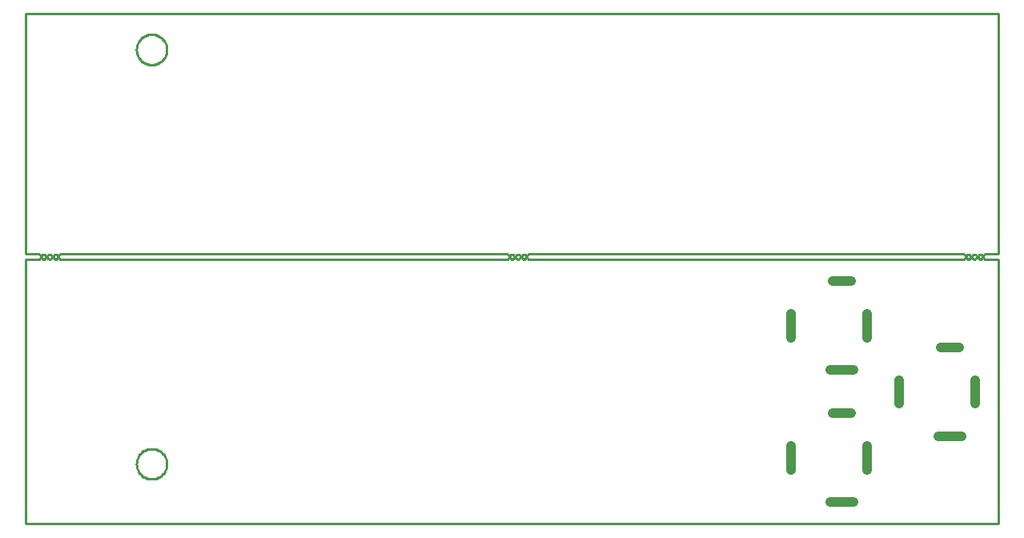
<source format=gko>
G04 EAGLE Gerber RS-274X export*
G75*
%MOMM*%
%FSLAX34Y34*%
%LPD*%
%INBoard Outline*%
%IPPOS*%
%AMOC8*
5,1,8,0,0,1.08239X$1,22.5*%
G01*
%ADD10C,0.000000*%
%ADD11C,1.000000*%
%ADD12C,0.254000*%


D10*
X1028700Y0D02*
X1028700Y279400D01*
X1016000Y279400D01*
X990600Y279400D02*
X533400Y279400D01*
X508000Y279400D02*
X38100Y279400D01*
X12700Y279400D02*
X0Y279400D01*
X0Y0D01*
X1028700Y0D01*
X12700Y285750D02*
X0Y285750D01*
X38100Y285750D02*
X508000Y285750D01*
X533400Y285750D02*
X990600Y285750D01*
X1016000Y285750D02*
X1028700Y285750D01*
X0Y285750D02*
X0Y539750D01*
X1028700Y539750D02*
X1028700Y285750D01*
X1028700Y539750D02*
X0Y539750D01*
X117284Y501650D02*
X117289Y502044D01*
X117303Y502438D01*
X117328Y502832D01*
X117361Y503225D01*
X117405Y503617D01*
X117458Y504007D01*
X117521Y504397D01*
X117593Y504784D01*
X117674Y505170D01*
X117765Y505554D01*
X117866Y505935D01*
X117976Y506314D01*
X118095Y506690D01*
X118223Y507062D01*
X118361Y507432D01*
X118507Y507798D01*
X118662Y508161D01*
X118827Y508519D01*
X118999Y508873D01*
X119181Y509223D01*
X119371Y509569D01*
X119570Y509910D01*
X119777Y510245D01*
X119992Y510576D01*
X120215Y510901D01*
X120446Y511221D01*
X120684Y511534D01*
X120931Y511842D01*
X121185Y512144D01*
X121446Y512439D01*
X121714Y512728D01*
X121990Y513010D01*
X122272Y513286D01*
X122561Y513554D01*
X122856Y513815D01*
X123158Y514069D01*
X123466Y514316D01*
X123779Y514554D01*
X124099Y514785D01*
X124424Y515008D01*
X124755Y515223D01*
X125090Y515430D01*
X125431Y515629D01*
X125777Y515819D01*
X126127Y516001D01*
X126481Y516173D01*
X126839Y516338D01*
X127202Y516493D01*
X127568Y516639D01*
X127938Y516777D01*
X128310Y516905D01*
X128686Y517024D01*
X129065Y517134D01*
X129446Y517235D01*
X129830Y517326D01*
X130216Y517407D01*
X130603Y517479D01*
X130993Y517542D01*
X131383Y517595D01*
X131775Y517639D01*
X132168Y517672D01*
X132562Y517697D01*
X132956Y517711D01*
X133350Y517716D01*
X133744Y517711D01*
X134138Y517697D01*
X134532Y517672D01*
X134925Y517639D01*
X135317Y517595D01*
X135707Y517542D01*
X136097Y517479D01*
X136484Y517407D01*
X136870Y517326D01*
X137254Y517235D01*
X137635Y517134D01*
X138014Y517024D01*
X138390Y516905D01*
X138762Y516777D01*
X139132Y516639D01*
X139498Y516493D01*
X139861Y516338D01*
X140219Y516173D01*
X140573Y516001D01*
X140923Y515819D01*
X141269Y515629D01*
X141610Y515430D01*
X141945Y515223D01*
X142276Y515008D01*
X142601Y514785D01*
X142921Y514554D01*
X143234Y514316D01*
X143542Y514069D01*
X143844Y513815D01*
X144139Y513554D01*
X144428Y513286D01*
X144710Y513010D01*
X144986Y512728D01*
X145254Y512439D01*
X145515Y512144D01*
X145769Y511842D01*
X146016Y511534D01*
X146254Y511221D01*
X146485Y510901D01*
X146708Y510576D01*
X146923Y510245D01*
X147130Y509910D01*
X147329Y509569D01*
X147519Y509223D01*
X147701Y508873D01*
X147873Y508519D01*
X148038Y508161D01*
X148193Y507798D01*
X148339Y507432D01*
X148477Y507062D01*
X148605Y506690D01*
X148724Y506314D01*
X148834Y505935D01*
X148935Y505554D01*
X149026Y505170D01*
X149107Y504784D01*
X149179Y504397D01*
X149242Y504007D01*
X149295Y503617D01*
X149339Y503225D01*
X149372Y502832D01*
X149397Y502438D01*
X149411Y502044D01*
X149416Y501650D01*
X149411Y501256D01*
X149397Y500862D01*
X149372Y500468D01*
X149339Y500075D01*
X149295Y499683D01*
X149242Y499293D01*
X149179Y498903D01*
X149107Y498516D01*
X149026Y498130D01*
X148935Y497746D01*
X148834Y497365D01*
X148724Y496986D01*
X148605Y496610D01*
X148477Y496238D01*
X148339Y495868D01*
X148193Y495502D01*
X148038Y495139D01*
X147873Y494781D01*
X147701Y494427D01*
X147519Y494077D01*
X147329Y493731D01*
X147130Y493390D01*
X146923Y493055D01*
X146708Y492724D01*
X146485Y492399D01*
X146254Y492079D01*
X146016Y491766D01*
X145769Y491458D01*
X145515Y491156D01*
X145254Y490861D01*
X144986Y490572D01*
X144710Y490290D01*
X144428Y490014D01*
X144139Y489746D01*
X143844Y489485D01*
X143542Y489231D01*
X143234Y488984D01*
X142921Y488746D01*
X142601Y488515D01*
X142276Y488292D01*
X141945Y488077D01*
X141610Y487870D01*
X141269Y487671D01*
X140923Y487481D01*
X140573Y487299D01*
X140219Y487127D01*
X139861Y486962D01*
X139498Y486807D01*
X139132Y486661D01*
X138762Y486523D01*
X138390Y486395D01*
X138014Y486276D01*
X137635Y486166D01*
X137254Y486065D01*
X136870Y485974D01*
X136484Y485893D01*
X136097Y485821D01*
X135707Y485758D01*
X135317Y485705D01*
X134925Y485661D01*
X134532Y485628D01*
X134138Y485603D01*
X133744Y485589D01*
X133350Y485584D01*
X132956Y485589D01*
X132562Y485603D01*
X132168Y485628D01*
X131775Y485661D01*
X131383Y485705D01*
X130993Y485758D01*
X130603Y485821D01*
X130216Y485893D01*
X129830Y485974D01*
X129446Y486065D01*
X129065Y486166D01*
X128686Y486276D01*
X128310Y486395D01*
X127938Y486523D01*
X127568Y486661D01*
X127202Y486807D01*
X126839Y486962D01*
X126481Y487127D01*
X126127Y487299D01*
X125777Y487481D01*
X125431Y487671D01*
X125090Y487870D01*
X124755Y488077D01*
X124424Y488292D01*
X124099Y488515D01*
X123779Y488746D01*
X123466Y488984D01*
X123158Y489231D01*
X122856Y489485D01*
X122561Y489746D01*
X122272Y490014D01*
X121990Y490290D01*
X121714Y490572D01*
X121446Y490861D01*
X121185Y491156D01*
X120931Y491458D01*
X120684Y491766D01*
X120446Y492079D01*
X120215Y492399D01*
X119992Y492724D01*
X119777Y493055D01*
X119570Y493390D01*
X119371Y493731D01*
X119181Y494077D01*
X118999Y494427D01*
X118827Y494781D01*
X118662Y495139D01*
X118507Y495502D01*
X118361Y495868D01*
X118223Y496238D01*
X118095Y496610D01*
X117976Y496986D01*
X117866Y497365D01*
X117765Y497746D01*
X117674Y498130D01*
X117593Y498516D01*
X117521Y498903D01*
X117458Y499293D01*
X117405Y499683D01*
X117361Y500075D01*
X117328Y500468D01*
X117303Y500862D01*
X117289Y501256D01*
X117284Y501650D01*
X117284Y63500D02*
X117289Y63894D01*
X117303Y64288D01*
X117328Y64682D01*
X117361Y65075D01*
X117405Y65467D01*
X117458Y65857D01*
X117521Y66247D01*
X117593Y66634D01*
X117674Y67020D01*
X117765Y67404D01*
X117866Y67785D01*
X117976Y68164D01*
X118095Y68540D01*
X118223Y68912D01*
X118361Y69282D01*
X118507Y69648D01*
X118662Y70011D01*
X118827Y70369D01*
X118999Y70723D01*
X119181Y71073D01*
X119371Y71419D01*
X119570Y71760D01*
X119777Y72095D01*
X119992Y72426D01*
X120215Y72751D01*
X120446Y73071D01*
X120684Y73384D01*
X120931Y73692D01*
X121185Y73994D01*
X121446Y74289D01*
X121714Y74578D01*
X121990Y74860D01*
X122272Y75136D01*
X122561Y75404D01*
X122856Y75665D01*
X123158Y75919D01*
X123466Y76166D01*
X123779Y76404D01*
X124099Y76635D01*
X124424Y76858D01*
X124755Y77073D01*
X125090Y77280D01*
X125431Y77479D01*
X125777Y77669D01*
X126127Y77851D01*
X126481Y78023D01*
X126839Y78188D01*
X127202Y78343D01*
X127568Y78489D01*
X127938Y78627D01*
X128310Y78755D01*
X128686Y78874D01*
X129065Y78984D01*
X129446Y79085D01*
X129830Y79176D01*
X130216Y79257D01*
X130603Y79329D01*
X130993Y79392D01*
X131383Y79445D01*
X131775Y79489D01*
X132168Y79522D01*
X132562Y79547D01*
X132956Y79561D01*
X133350Y79566D01*
X133744Y79561D01*
X134138Y79547D01*
X134532Y79522D01*
X134925Y79489D01*
X135317Y79445D01*
X135707Y79392D01*
X136097Y79329D01*
X136484Y79257D01*
X136870Y79176D01*
X137254Y79085D01*
X137635Y78984D01*
X138014Y78874D01*
X138390Y78755D01*
X138762Y78627D01*
X139132Y78489D01*
X139498Y78343D01*
X139861Y78188D01*
X140219Y78023D01*
X140573Y77851D01*
X140923Y77669D01*
X141269Y77479D01*
X141610Y77280D01*
X141945Y77073D01*
X142276Y76858D01*
X142601Y76635D01*
X142921Y76404D01*
X143234Y76166D01*
X143542Y75919D01*
X143844Y75665D01*
X144139Y75404D01*
X144428Y75136D01*
X144710Y74860D01*
X144986Y74578D01*
X145254Y74289D01*
X145515Y73994D01*
X145769Y73692D01*
X146016Y73384D01*
X146254Y73071D01*
X146485Y72751D01*
X146708Y72426D01*
X146923Y72095D01*
X147130Y71760D01*
X147329Y71419D01*
X147519Y71073D01*
X147701Y70723D01*
X147873Y70369D01*
X148038Y70011D01*
X148193Y69648D01*
X148339Y69282D01*
X148477Y68912D01*
X148605Y68540D01*
X148724Y68164D01*
X148834Y67785D01*
X148935Y67404D01*
X149026Y67020D01*
X149107Y66634D01*
X149179Y66247D01*
X149242Y65857D01*
X149295Y65467D01*
X149339Y65075D01*
X149372Y64682D01*
X149397Y64288D01*
X149411Y63894D01*
X149416Y63500D01*
X149411Y63106D01*
X149397Y62712D01*
X149372Y62318D01*
X149339Y61925D01*
X149295Y61533D01*
X149242Y61143D01*
X149179Y60753D01*
X149107Y60366D01*
X149026Y59980D01*
X148935Y59596D01*
X148834Y59215D01*
X148724Y58836D01*
X148605Y58460D01*
X148477Y58088D01*
X148339Y57718D01*
X148193Y57352D01*
X148038Y56989D01*
X147873Y56631D01*
X147701Y56277D01*
X147519Y55927D01*
X147329Y55581D01*
X147130Y55240D01*
X146923Y54905D01*
X146708Y54574D01*
X146485Y54249D01*
X146254Y53929D01*
X146016Y53616D01*
X145769Y53308D01*
X145515Y53006D01*
X145254Y52711D01*
X144986Y52422D01*
X144710Y52140D01*
X144428Y51864D01*
X144139Y51596D01*
X143844Y51335D01*
X143542Y51081D01*
X143234Y50834D01*
X142921Y50596D01*
X142601Y50365D01*
X142276Y50142D01*
X141945Y49927D01*
X141610Y49720D01*
X141269Y49521D01*
X140923Y49331D01*
X140573Y49149D01*
X140219Y48977D01*
X139861Y48812D01*
X139498Y48657D01*
X139132Y48511D01*
X138762Y48373D01*
X138390Y48245D01*
X138014Y48126D01*
X137635Y48016D01*
X137254Y47915D01*
X136870Y47824D01*
X136484Y47743D01*
X136097Y47671D01*
X135707Y47608D01*
X135317Y47555D01*
X134925Y47511D01*
X134532Y47478D01*
X134138Y47453D01*
X133744Y47439D01*
X133350Y47434D01*
X132956Y47439D01*
X132562Y47453D01*
X132168Y47478D01*
X131775Y47511D01*
X131383Y47555D01*
X130993Y47608D01*
X130603Y47671D01*
X130216Y47743D01*
X129830Y47824D01*
X129446Y47915D01*
X129065Y48016D01*
X128686Y48126D01*
X128310Y48245D01*
X127938Y48373D01*
X127568Y48511D01*
X127202Y48657D01*
X126839Y48812D01*
X126481Y48977D01*
X126127Y49149D01*
X125777Y49331D01*
X125431Y49521D01*
X125090Y49720D01*
X124755Y49927D01*
X124424Y50142D01*
X124099Y50365D01*
X123779Y50596D01*
X123466Y50834D01*
X123158Y51081D01*
X122856Y51335D01*
X122561Y51596D01*
X122272Y51864D01*
X121990Y52140D01*
X121714Y52422D01*
X121446Y52711D01*
X121185Y53006D01*
X120931Y53308D01*
X120684Y53616D01*
X120446Y53929D01*
X120215Y54249D01*
X119992Y54574D01*
X119777Y54905D01*
X119570Y55240D01*
X119371Y55581D01*
X119181Y55927D01*
X118999Y56277D01*
X118827Y56631D01*
X118662Y56989D01*
X118507Y57352D01*
X118361Y57718D01*
X118223Y58088D01*
X118095Y58460D01*
X117976Y58836D01*
X117866Y59215D01*
X117765Y59596D01*
X117674Y59980D01*
X117593Y60366D01*
X117521Y60753D01*
X117458Y61143D01*
X117405Y61533D01*
X117361Y61925D01*
X117328Y62318D01*
X117303Y62712D01*
X117289Y63106D01*
X117284Y63500D01*
X1012825Y282575D02*
X1012827Y282464D01*
X1012833Y282354D01*
X1012842Y282243D01*
X1012856Y282133D01*
X1012873Y282024D01*
X1012894Y281915D01*
X1012919Y281807D01*
X1012948Y281700D01*
X1012980Y281594D01*
X1013016Y281489D01*
X1013056Y281386D01*
X1013099Y281284D01*
X1013146Y281183D01*
X1013197Y281084D01*
X1013250Y280988D01*
X1013307Y280893D01*
X1013368Y280800D01*
X1013431Y280709D01*
X1013498Y280620D01*
X1013568Y280534D01*
X1013641Y280451D01*
X1013716Y280369D01*
X1013794Y280291D01*
X1013876Y280216D01*
X1013959Y280143D01*
X1014045Y280073D01*
X1014134Y280006D01*
X1014225Y279943D01*
X1014318Y279882D01*
X1014413Y279825D01*
X1014509Y279772D01*
X1014608Y279721D01*
X1014709Y279674D01*
X1014811Y279631D01*
X1014914Y279591D01*
X1015019Y279555D01*
X1015125Y279523D01*
X1015232Y279494D01*
X1015340Y279469D01*
X1015449Y279448D01*
X1015558Y279431D01*
X1015668Y279417D01*
X1015779Y279408D01*
X1015889Y279402D01*
X1016000Y279400D01*
X1012825Y282575D02*
X1012827Y282686D01*
X1012833Y282796D01*
X1012842Y282907D01*
X1012856Y283017D01*
X1012873Y283126D01*
X1012894Y283235D01*
X1012919Y283343D01*
X1012948Y283450D01*
X1012980Y283556D01*
X1013016Y283661D01*
X1013056Y283764D01*
X1013099Y283866D01*
X1013146Y283967D01*
X1013197Y284066D01*
X1013250Y284163D01*
X1013307Y284257D01*
X1013368Y284350D01*
X1013431Y284441D01*
X1013498Y284530D01*
X1013568Y284616D01*
X1013641Y284699D01*
X1013716Y284781D01*
X1013794Y284859D01*
X1013876Y284934D01*
X1013959Y285007D01*
X1014045Y285077D01*
X1014134Y285144D01*
X1014225Y285207D01*
X1014318Y285268D01*
X1014413Y285325D01*
X1014509Y285378D01*
X1014608Y285429D01*
X1014709Y285476D01*
X1014811Y285519D01*
X1014914Y285559D01*
X1015019Y285595D01*
X1015125Y285627D01*
X1015232Y285656D01*
X1015340Y285681D01*
X1015449Y285702D01*
X1015558Y285719D01*
X1015668Y285733D01*
X1015779Y285742D01*
X1015889Y285748D01*
X1016000Y285750D01*
X993775Y282575D02*
X993773Y282464D01*
X993767Y282354D01*
X993758Y282243D01*
X993744Y282133D01*
X993727Y282024D01*
X993706Y281915D01*
X993681Y281807D01*
X993652Y281700D01*
X993620Y281594D01*
X993584Y281489D01*
X993544Y281386D01*
X993501Y281284D01*
X993454Y281183D01*
X993403Y281084D01*
X993350Y280987D01*
X993293Y280893D01*
X993232Y280800D01*
X993169Y280709D01*
X993102Y280620D01*
X993032Y280534D01*
X992959Y280451D01*
X992884Y280369D01*
X992806Y280291D01*
X992724Y280216D01*
X992641Y280143D01*
X992555Y280073D01*
X992466Y280006D01*
X992375Y279943D01*
X992282Y279882D01*
X992188Y279825D01*
X992091Y279772D01*
X991992Y279721D01*
X991891Y279674D01*
X991789Y279631D01*
X991686Y279591D01*
X991581Y279555D01*
X991475Y279523D01*
X991368Y279494D01*
X991260Y279469D01*
X991151Y279448D01*
X991042Y279431D01*
X990932Y279417D01*
X990821Y279408D01*
X990711Y279402D01*
X990600Y279400D01*
X993775Y282575D02*
X993773Y282686D01*
X993767Y282796D01*
X993758Y282907D01*
X993744Y283017D01*
X993727Y283126D01*
X993706Y283235D01*
X993681Y283343D01*
X993652Y283450D01*
X993620Y283556D01*
X993584Y283661D01*
X993544Y283764D01*
X993501Y283866D01*
X993454Y283967D01*
X993403Y284066D01*
X993350Y284163D01*
X993293Y284257D01*
X993232Y284350D01*
X993169Y284441D01*
X993102Y284530D01*
X993032Y284616D01*
X992959Y284699D01*
X992884Y284781D01*
X992806Y284859D01*
X992724Y284934D01*
X992641Y285007D01*
X992555Y285077D01*
X992466Y285144D01*
X992375Y285207D01*
X992282Y285268D01*
X992188Y285325D01*
X992091Y285378D01*
X991992Y285429D01*
X991891Y285476D01*
X991789Y285519D01*
X991686Y285559D01*
X991581Y285595D01*
X991475Y285627D01*
X991368Y285656D01*
X991260Y285681D01*
X991151Y285702D01*
X991042Y285719D01*
X990932Y285733D01*
X990821Y285742D01*
X990711Y285748D01*
X990600Y285750D01*
X15875Y282575D02*
X15873Y282464D01*
X15867Y282354D01*
X15858Y282243D01*
X15844Y282133D01*
X15827Y282024D01*
X15806Y281915D01*
X15781Y281807D01*
X15752Y281700D01*
X15720Y281594D01*
X15684Y281489D01*
X15644Y281386D01*
X15601Y281284D01*
X15554Y281183D01*
X15503Y281084D01*
X15450Y280987D01*
X15393Y280893D01*
X15332Y280800D01*
X15269Y280709D01*
X15202Y280620D01*
X15132Y280534D01*
X15059Y280451D01*
X14984Y280369D01*
X14906Y280291D01*
X14824Y280216D01*
X14741Y280143D01*
X14655Y280073D01*
X14566Y280006D01*
X14475Y279943D01*
X14382Y279882D01*
X14287Y279825D01*
X14191Y279772D01*
X14092Y279721D01*
X13991Y279674D01*
X13889Y279631D01*
X13786Y279591D01*
X13681Y279555D01*
X13575Y279523D01*
X13468Y279494D01*
X13360Y279469D01*
X13251Y279448D01*
X13142Y279431D01*
X13032Y279417D01*
X12921Y279408D01*
X12811Y279402D01*
X12700Y279400D01*
X15875Y282575D02*
X15873Y282686D01*
X15867Y282796D01*
X15858Y282907D01*
X15844Y283017D01*
X15827Y283126D01*
X15806Y283235D01*
X15781Y283343D01*
X15752Y283450D01*
X15720Y283556D01*
X15684Y283661D01*
X15644Y283764D01*
X15601Y283866D01*
X15554Y283967D01*
X15503Y284066D01*
X15450Y284163D01*
X15393Y284257D01*
X15332Y284350D01*
X15269Y284441D01*
X15202Y284530D01*
X15132Y284616D01*
X15059Y284699D01*
X14984Y284781D01*
X14906Y284859D01*
X14824Y284934D01*
X14741Y285007D01*
X14655Y285077D01*
X14566Y285144D01*
X14475Y285207D01*
X14382Y285268D01*
X14287Y285325D01*
X14191Y285378D01*
X14092Y285429D01*
X13991Y285476D01*
X13889Y285519D01*
X13786Y285559D01*
X13681Y285595D01*
X13575Y285627D01*
X13468Y285656D01*
X13360Y285681D01*
X13251Y285702D01*
X13142Y285719D01*
X13032Y285733D01*
X12921Y285742D01*
X12811Y285748D01*
X12700Y285750D01*
X34925Y282575D02*
X34927Y282686D01*
X34933Y282796D01*
X34942Y282907D01*
X34956Y283017D01*
X34973Y283126D01*
X34994Y283235D01*
X35019Y283343D01*
X35048Y283450D01*
X35080Y283556D01*
X35116Y283661D01*
X35156Y283764D01*
X35199Y283866D01*
X35246Y283967D01*
X35297Y284066D01*
X35350Y284163D01*
X35407Y284257D01*
X35468Y284350D01*
X35531Y284441D01*
X35598Y284530D01*
X35668Y284616D01*
X35741Y284699D01*
X35816Y284781D01*
X35894Y284859D01*
X35976Y284934D01*
X36059Y285007D01*
X36145Y285077D01*
X36234Y285144D01*
X36325Y285207D01*
X36418Y285268D01*
X36513Y285325D01*
X36609Y285378D01*
X36708Y285429D01*
X36809Y285476D01*
X36911Y285519D01*
X37014Y285559D01*
X37119Y285595D01*
X37225Y285627D01*
X37332Y285656D01*
X37440Y285681D01*
X37549Y285702D01*
X37658Y285719D01*
X37768Y285733D01*
X37879Y285742D01*
X37989Y285748D01*
X38100Y285750D01*
X34925Y282575D02*
X34927Y282464D01*
X34933Y282354D01*
X34942Y282243D01*
X34956Y282133D01*
X34973Y282024D01*
X34994Y281915D01*
X35019Y281807D01*
X35048Y281700D01*
X35080Y281594D01*
X35116Y281489D01*
X35156Y281386D01*
X35199Y281284D01*
X35246Y281183D01*
X35297Y281084D01*
X35350Y280988D01*
X35407Y280893D01*
X35468Y280800D01*
X35531Y280709D01*
X35598Y280620D01*
X35668Y280534D01*
X35741Y280451D01*
X35816Y280369D01*
X35894Y280291D01*
X35976Y280216D01*
X36059Y280143D01*
X36145Y280073D01*
X36234Y280006D01*
X36325Y279943D01*
X36418Y279882D01*
X36512Y279825D01*
X36609Y279772D01*
X36708Y279721D01*
X36809Y279674D01*
X36911Y279631D01*
X37014Y279591D01*
X37119Y279555D01*
X37225Y279523D01*
X37332Y279494D01*
X37440Y279469D01*
X37549Y279448D01*
X37658Y279431D01*
X37768Y279417D01*
X37879Y279408D01*
X37989Y279402D01*
X38100Y279400D01*
X994450Y282575D02*
X994452Y282674D01*
X994458Y282774D01*
X994468Y282873D01*
X994482Y282971D01*
X994499Y283069D01*
X994521Y283166D01*
X994546Y283262D01*
X994575Y283357D01*
X994608Y283451D01*
X994645Y283543D01*
X994685Y283634D01*
X994729Y283723D01*
X994777Y283811D01*
X994828Y283896D01*
X994882Y283979D01*
X994939Y284061D01*
X995000Y284139D01*
X995064Y284216D01*
X995130Y284289D01*
X995200Y284360D01*
X995272Y284428D01*
X995347Y284494D01*
X995425Y284556D01*
X995505Y284615D01*
X995587Y284671D01*
X995671Y284723D01*
X995758Y284772D01*
X995846Y284818D01*
X995936Y284860D01*
X996028Y284899D01*
X996121Y284934D01*
X996215Y284965D01*
X996311Y284992D01*
X996408Y285015D01*
X996505Y285035D01*
X996603Y285051D01*
X996702Y285063D01*
X996801Y285071D01*
X996900Y285075D01*
X997000Y285075D01*
X997099Y285071D01*
X997198Y285063D01*
X997297Y285051D01*
X997395Y285035D01*
X997492Y285015D01*
X997589Y284992D01*
X997685Y284965D01*
X997779Y284934D01*
X997872Y284899D01*
X997964Y284860D01*
X998054Y284818D01*
X998142Y284772D01*
X998229Y284723D01*
X998313Y284671D01*
X998395Y284615D01*
X998475Y284556D01*
X998553Y284494D01*
X998628Y284428D01*
X998700Y284360D01*
X998770Y284289D01*
X998836Y284216D01*
X998900Y284139D01*
X998961Y284061D01*
X999018Y283979D01*
X999072Y283896D01*
X999123Y283811D01*
X999171Y283723D01*
X999215Y283634D01*
X999255Y283543D01*
X999292Y283451D01*
X999325Y283357D01*
X999354Y283262D01*
X999379Y283166D01*
X999401Y283069D01*
X999418Y282971D01*
X999432Y282873D01*
X999442Y282774D01*
X999448Y282674D01*
X999450Y282575D01*
X999448Y282476D01*
X999442Y282376D01*
X999432Y282277D01*
X999418Y282179D01*
X999401Y282081D01*
X999379Y281984D01*
X999354Y281888D01*
X999325Y281793D01*
X999292Y281699D01*
X999255Y281607D01*
X999215Y281516D01*
X999171Y281427D01*
X999123Y281339D01*
X999072Y281254D01*
X999018Y281171D01*
X998961Y281089D01*
X998900Y281011D01*
X998836Y280934D01*
X998770Y280861D01*
X998700Y280790D01*
X998628Y280722D01*
X998553Y280656D01*
X998475Y280594D01*
X998395Y280535D01*
X998313Y280479D01*
X998229Y280427D01*
X998142Y280378D01*
X998054Y280332D01*
X997964Y280290D01*
X997872Y280251D01*
X997779Y280216D01*
X997685Y280185D01*
X997589Y280158D01*
X997492Y280135D01*
X997395Y280115D01*
X997297Y280099D01*
X997198Y280087D01*
X997099Y280079D01*
X997000Y280075D01*
X996900Y280075D01*
X996801Y280079D01*
X996702Y280087D01*
X996603Y280099D01*
X996505Y280115D01*
X996408Y280135D01*
X996311Y280158D01*
X996215Y280185D01*
X996121Y280216D01*
X996028Y280251D01*
X995936Y280290D01*
X995846Y280332D01*
X995758Y280378D01*
X995671Y280427D01*
X995587Y280479D01*
X995505Y280535D01*
X995425Y280594D01*
X995347Y280656D01*
X995272Y280722D01*
X995200Y280790D01*
X995130Y280861D01*
X995064Y280934D01*
X995000Y281011D01*
X994939Y281089D01*
X994882Y281171D01*
X994828Y281254D01*
X994777Y281339D01*
X994729Y281427D01*
X994685Y281516D01*
X994645Y281607D01*
X994608Y281699D01*
X994575Y281793D01*
X994546Y281888D01*
X994521Y281984D01*
X994499Y282081D01*
X994482Y282179D01*
X994468Y282277D01*
X994458Y282376D01*
X994452Y282476D01*
X994450Y282575D01*
X1000800Y282575D02*
X1000802Y282674D01*
X1000808Y282774D01*
X1000818Y282873D01*
X1000832Y282971D01*
X1000849Y283069D01*
X1000871Y283166D01*
X1000896Y283262D01*
X1000925Y283357D01*
X1000958Y283451D01*
X1000995Y283543D01*
X1001035Y283634D01*
X1001079Y283723D01*
X1001127Y283811D01*
X1001178Y283896D01*
X1001232Y283979D01*
X1001289Y284061D01*
X1001350Y284139D01*
X1001414Y284216D01*
X1001480Y284289D01*
X1001550Y284360D01*
X1001622Y284428D01*
X1001697Y284494D01*
X1001775Y284556D01*
X1001855Y284615D01*
X1001937Y284671D01*
X1002021Y284723D01*
X1002108Y284772D01*
X1002196Y284818D01*
X1002286Y284860D01*
X1002378Y284899D01*
X1002471Y284934D01*
X1002565Y284965D01*
X1002661Y284992D01*
X1002758Y285015D01*
X1002855Y285035D01*
X1002953Y285051D01*
X1003052Y285063D01*
X1003151Y285071D01*
X1003250Y285075D01*
X1003350Y285075D01*
X1003449Y285071D01*
X1003548Y285063D01*
X1003647Y285051D01*
X1003745Y285035D01*
X1003842Y285015D01*
X1003939Y284992D01*
X1004035Y284965D01*
X1004129Y284934D01*
X1004222Y284899D01*
X1004314Y284860D01*
X1004404Y284818D01*
X1004492Y284772D01*
X1004579Y284723D01*
X1004663Y284671D01*
X1004745Y284615D01*
X1004825Y284556D01*
X1004903Y284494D01*
X1004978Y284428D01*
X1005050Y284360D01*
X1005120Y284289D01*
X1005186Y284216D01*
X1005250Y284139D01*
X1005311Y284061D01*
X1005368Y283979D01*
X1005422Y283896D01*
X1005473Y283811D01*
X1005521Y283723D01*
X1005565Y283634D01*
X1005605Y283543D01*
X1005642Y283451D01*
X1005675Y283357D01*
X1005704Y283262D01*
X1005729Y283166D01*
X1005751Y283069D01*
X1005768Y282971D01*
X1005782Y282873D01*
X1005792Y282774D01*
X1005798Y282674D01*
X1005800Y282575D01*
X1005798Y282476D01*
X1005792Y282376D01*
X1005782Y282277D01*
X1005768Y282179D01*
X1005751Y282081D01*
X1005729Y281984D01*
X1005704Y281888D01*
X1005675Y281793D01*
X1005642Y281699D01*
X1005605Y281607D01*
X1005565Y281516D01*
X1005521Y281427D01*
X1005473Y281339D01*
X1005422Y281254D01*
X1005368Y281171D01*
X1005311Y281089D01*
X1005250Y281011D01*
X1005186Y280934D01*
X1005120Y280861D01*
X1005050Y280790D01*
X1004978Y280722D01*
X1004903Y280656D01*
X1004825Y280594D01*
X1004745Y280535D01*
X1004663Y280479D01*
X1004579Y280427D01*
X1004492Y280378D01*
X1004404Y280332D01*
X1004314Y280290D01*
X1004222Y280251D01*
X1004129Y280216D01*
X1004035Y280185D01*
X1003939Y280158D01*
X1003842Y280135D01*
X1003745Y280115D01*
X1003647Y280099D01*
X1003548Y280087D01*
X1003449Y280079D01*
X1003350Y280075D01*
X1003250Y280075D01*
X1003151Y280079D01*
X1003052Y280087D01*
X1002953Y280099D01*
X1002855Y280115D01*
X1002758Y280135D01*
X1002661Y280158D01*
X1002565Y280185D01*
X1002471Y280216D01*
X1002378Y280251D01*
X1002286Y280290D01*
X1002196Y280332D01*
X1002108Y280378D01*
X1002021Y280427D01*
X1001937Y280479D01*
X1001855Y280535D01*
X1001775Y280594D01*
X1001697Y280656D01*
X1001622Y280722D01*
X1001550Y280790D01*
X1001480Y280861D01*
X1001414Y280934D01*
X1001350Y281011D01*
X1001289Y281089D01*
X1001232Y281171D01*
X1001178Y281254D01*
X1001127Y281339D01*
X1001079Y281427D01*
X1001035Y281516D01*
X1000995Y281607D01*
X1000958Y281699D01*
X1000925Y281793D01*
X1000896Y281888D01*
X1000871Y281984D01*
X1000849Y282081D01*
X1000832Y282179D01*
X1000818Y282277D01*
X1000808Y282376D01*
X1000802Y282476D01*
X1000800Y282575D01*
X1007150Y282575D02*
X1007152Y282674D01*
X1007158Y282774D01*
X1007168Y282873D01*
X1007182Y282971D01*
X1007199Y283069D01*
X1007221Y283166D01*
X1007246Y283262D01*
X1007275Y283357D01*
X1007308Y283451D01*
X1007345Y283543D01*
X1007385Y283634D01*
X1007429Y283723D01*
X1007477Y283811D01*
X1007528Y283896D01*
X1007582Y283979D01*
X1007639Y284061D01*
X1007700Y284139D01*
X1007764Y284216D01*
X1007830Y284289D01*
X1007900Y284360D01*
X1007972Y284428D01*
X1008047Y284494D01*
X1008125Y284556D01*
X1008205Y284615D01*
X1008287Y284671D01*
X1008371Y284723D01*
X1008458Y284772D01*
X1008546Y284818D01*
X1008636Y284860D01*
X1008728Y284899D01*
X1008821Y284934D01*
X1008915Y284965D01*
X1009011Y284992D01*
X1009108Y285015D01*
X1009205Y285035D01*
X1009303Y285051D01*
X1009402Y285063D01*
X1009501Y285071D01*
X1009600Y285075D01*
X1009700Y285075D01*
X1009799Y285071D01*
X1009898Y285063D01*
X1009997Y285051D01*
X1010095Y285035D01*
X1010192Y285015D01*
X1010289Y284992D01*
X1010385Y284965D01*
X1010479Y284934D01*
X1010572Y284899D01*
X1010664Y284860D01*
X1010754Y284818D01*
X1010842Y284772D01*
X1010929Y284723D01*
X1011013Y284671D01*
X1011095Y284615D01*
X1011175Y284556D01*
X1011253Y284494D01*
X1011328Y284428D01*
X1011400Y284360D01*
X1011470Y284289D01*
X1011536Y284216D01*
X1011600Y284139D01*
X1011661Y284061D01*
X1011718Y283979D01*
X1011772Y283896D01*
X1011823Y283811D01*
X1011871Y283723D01*
X1011915Y283634D01*
X1011955Y283543D01*
X1011992Y283451D01*
X1012025Y283357D01*
X1012054Y283262D01*
X1012079Y283166D01*
X1012101Y283069D01*
X1012118Y282971D01*
X1012132Y282873D01*
X1012142Y282774D01*
X1012148Y282674D01*
X1012150Y282575D01*
X1012148Y282476D01*
X1012142Y282376D01*
X1012132Y282277D01*
X1012118Y282179D01*
X1012101Y282081D01*
X1012079Y281984D01*
X1012054Y281888D01*
X1012025Y281793D01*
X1011992Y281699D01*
X1011955Y281607D01*
X1011915Y281516D01*
X1011871Y281427D01*
X1011823Y281339D01*
X1011772Y281254D01*
X1011718Y281171D01*
X1011661Y281089D01*
X1011600Y281011D01*
X1011536Y280934D01*
X1011470Y280861D01*
X1011400Y280790D01*
X1011328Y280722D01*
X1011253Y280656D01*
X1011175Y280594D01*
X1011095Y280535D01*
X1011013Y280479D01*
X1010929Y280427D01*
X1010842Y280378D01*
X1010754Y280332D01*
X1010664Y280290D01*
X1010572Y280251D01*
X1010479Y280216D01*
X1010385Y280185D01*
X1010289Y280158D01*
X1010192Y280135D01*
X1010095Y280115D01*
X1009997Y280099D01*
X1009898Y280087D01*
X1009799Y280079D01*
X1009700Y280075D01*
X1009600Y280075D01*
X1009501Y280079D01*
X1009402Y280087D01*
X1009303Y280099D01*
X1009205Y280115D01*
X1009108Y280135D01*
X1009011Y280158D01*
X1008915Y280185D01*
X1008821Y280216D01*
X1008728Y280251D01*
X1008636Y280290D01*
X1008546Y280332D01*
X1008458Y280378D01*
X1008371Y280427D01*
X1008287Y280479D01*
X1008205Y280535D01*
X1008125Y280594D01*
X1008047Y280656D01*
X1007972Y280722D01*
X1007900Y280790D01*
X1007830Y280861D01*
X1007764Y280934D01*
X1007700Y281011D01*
X1007639Y281089D01*
X1007582Y281171D01*
X1007528Y281254D01*
X1007477Y281339D01*
X1007429Y281427D01*
X1007385Y281516D01*
X1007345Y281607D01*
X1007308Y281699D01*
X1007275Y281793D01*
X1007246Y281888D01*
X1007221Y281984D01*
X1007199Y282081D01*
X1007182Y282179D01*
X1007168Y282277D01*
X1007158Y282376D01*
X1007152Y282476D01*
X1007150Y282575D01*
X16550Y282575D02*
X16552Y282674D01*
X16558Y282774D01*
X16568Y282873D01*
X16582Y282971D01*
X16599Y283069D01*
X16621Y283166D01*
X16646Y283262D01*
X16675Y283357D01*
X16708Y283451D01*
X16745Y283543D01*
X16785Y283634D01*
X16829Y283723D01*
X16877Y283811D01*
X16928Y283896D01*
X16982Y283979D01*
X17039Y284061D01*
X17100Y284139D01*
X17164Y284216D01*
X17230Y284289D01*
X17300Y284360D01*
X17372Y284428D01*
X17447Y284494D01*
X17525Y284556D01*
X17605Y284615D01*
X17687Y284671D01*
X17771Y284723D01*
X17858Y284772D01*
X17946Y284818D01*
X18036Y284860D01*
X18128Y284899D01*
X18221Y284934D01*
X18315Y284965D01*
X18411Y284992D01*
X18508Y285015D01*
X18605Y285035D01*
X18703Y285051D01*
X18802Y285063D01*
X18901Y285071D01*
X19000Y285075D01*
X19100Y285075D01*
X19199Y285071D01*
X19298Y285063D01*
X19397Y285051D01*
X19495Y285035D01*
X19592Y285015D01*
X19689Y284992D01*
X19785Y284965D01*
X19879Y284934D01*
X19972Y284899D01*
X20064Y284860D01*
X20154Y284818D01*
X20242Y284772D01*
X20329Y284723D01*
X20413Y284671D01*
X20495Y284615D01*
X20575Y284556D01*
X20653Y284494D01*
X20728Y284428D01*
X20800Y284360D01*
X20870Y284289D01*
X20936Y284216D01*
X21000Y284139D01*
X21061Y284061D01*
X21118Y283979D01*
X21172Y283896D01*
X21223Y283811D01*
X21271Y283723D01*
X21315Y283634D01*
X21355Y283543D01*
X21392Y283451D01*
X21425Y283357D01*
X21454Y283262D01*
X21479Y283166D01*
X21501Y283069D01*
X21518Y282971D01*
X21532Y282873D01*
X21542Y282774D01*
X21548Y282674D01*
X21550Y282575D01*
X21548Y282476D01*
X21542Y282376D01*
X21532Y282277D01*
X21518Y282179D01*
X21501Y282081D01*
X21479Y281984D01*
X21454Y281888D01*
X21425Y281793D01*
X21392Y281699D01*
X21355Y281607D01*
X21315Y281516D01*
X21271Y281427D01*
X21223Y281339D01*
X21172Y281254D01*
X21118Y281171D01*
X21061Y281089D01*
X21000Y281011D01*
X20936Y280934D01*
X20870Y280861D01*
X20800Y280790D01*
X20728Y280722D01*
X20653Y280656D01*
X20575Y280594D01*
X20495Y280535D01*
X20413Y280479D01*
X20329Y280427D01*
X20242Y280378D01*
X20154Y280332D01*
X20064Y280290D01*
X19972Y280251D01*
X19879Y280216D01*
X19785Y280185D01*
X19689Y280158D01*
X19592Y280135D01*
X19495Y280115D01*
X19397Y280099D01*
X19298Y280087D01*
X19199Y280079D01*
X19100Y280075D01*
X19000Y280075D01*
X18901Y280079D01*
X18802Y280087D01*
X18703Y280099D01*
X18605Y280115D01*
X18508Y280135D01*
X18411Y280158D01*
X18315Y280185D01*
X18221Y280216D01*
X18128Y280251D01*
X18036Y280290D01*
X17946Y280332D01*
X17858Y280378D01*
X17771Y280427D01*
X17687Y280479D01*
X17605Y280535D01*
X17525Y280594D01*
X17447Y280656D01*
X17372Y280722D01*
X17300Y280790D01*
X17230Y280861D01*
X17164Y280934D01*
X17100Y281011D01*
X17039Y281089D01*
X16982Y281171D01*
X16928Y281254D01*
X16877Y281339D01*
X16829Y281427D01*
X16785Y281516D01*
X16745Y281607D01*
X16708Y281699D01*
X16675Y281793D01*
X16646Y281888D01*
X16621Y281984D01*
X16599Y282081D01*
X16582Y282179D01*
X16568Y282277D01*
X16558Y282376D01*
X16552Y282476D01*
X16550Y282575D01*
X22900Y282575D02*
X22902Y282674D01*
X22908Y282774D01*
X22918Y282873D01*
X22932Y282971D01*
X22949Y283069D01*
X22971Y283166D01*
X22996Y283262D01*
X23025Y283357D01*
X23058Y283451D01*
X23095Y283543D01*
X23135Y283634D01*
X23179Y283723D01*
X23227Y283811D01*
X23278Y283896D01*
X23332Y283979D01*
X23389Y284061D01*
X23450Y284139D01*
X23514Y284216D01*
X23580Y284289D01*
X23650Y284360D01*
X23722Y284428D01*
X23797Y284494D01*
X23875Y284556D01*
X23955Y284615D01*
X24037Y284671D01*
X24121Y284723D01*
X24208Y284772D01*
X24296Y284818D01*
X24386Y284860D01*
X24478Y284899D01*
X24571Y284934D01*
X24665Y284965D01*
X24761Y284992D01*
X24858Y285015D01*
X24955Y285035D01*
X25053Y285051D01*
X25152Y285063D01*
X25251Y285071D01*
X25350Y285075D01*
X25450Y285075D01*
X25549Y285071D01*
X25648Y285063D01*
X25747Y285051D01*
X25845Y285035D01*
X25942Y285015D01*
X26039Y284992D01*
X26135Y284965D01*
X26229Y284934D01*
X26322Y284899D01*
X26414Y284860D01*
X26504Y284818D01*
X26592Y284772D01*
X26679Y284723D01*
X26763Y284671D01*
X26845Y284615D01*
X26925Y284556D01*
X27003Y284494D01*
X27078Y284428D01*
X27150Y284360D01*
X27220Y284289D01*
X27286Y284216D01*
X27350Y284139D01*
X27411Y284061D01*
X27468Y283979D01*
X27522Y283896D01*
X27573Y283811D01*
X27621Y283723D01*
X27665Y283634D01*
X27705Y283543D01*
X27742Y283451D01*
X27775Y283357D01*
X27804Y283262D01*
X27829Y283166D01*
X27851Y283069D01*
X27868Y282971D01*
X27882Y282873D01*
X27892Y282774D01*
X27898Y282674D01*
X27900Y282575D01*
X27898Y282476D01*
X27892Y282376D01*
X27882Y282277D01*
X27868Y282179D01*
X27851Y282081D01*
X27829Y281984D01*
X27804Y281888D01*
X27775Y281793D01*
X27742Y281699D01*
X27705Y281607D01*
X27665Y281516D01*
X27621Y281427D01*
X27573Y281339D01*
X27522Y281254D01*
X27468Y281171D01*
X27411Y281089D01*
X27350Y281011D01*
X27286Y280934D01*
X27220Y280861D01*
X27150Y280790D01*
X27078Y280722D01*
X27003Y280656D01*
X26925Y280594D01*
X26845Y280535D01*
X26763Y280479D01*
X26679Y280427D01*
X26592Y280378D01*
X26504Y280332D01*
X26414Y280290D01*
X26322Y280251D01*
X26229Y280216D01*
X26135Y280185D01*
X26039Y280158D01*
X25942Y280135D01*
X25845Y280115D01*
X25747Y280099D01*
X25648Y280087D01*
X25549Y280079D01*
X25450Y280075D01*
X25350Y280075D01*
X25251Y280079D01*
X25152Y280087D01*
X25053Y280099D01*
X24955Y280115D01*
X24858Y280135D01*
X24761Y280158D01*
X24665Y280185D01*
X24571Y280216D01*
X24478Y280251D01*
X24386Y280290D01*
X24296Y280332D01*
X24208Y280378D01*
X24121Y280427D01*
X24037Y280479D01*
X23955Y280535D01*
X23875Y280594D01*
X23797Y280656D01*
X23722Y280722D01*
X23650Y280790D01*
X23580Y280861D01*
X23514Y280934D01*
X23450Y281011D01*
X23389Y281089D01*
X23332Y281171D01*
X23278Y281254D01*
X23227Y281339D01*
X23179Y281427D01*
X23135Y281516D01*
X23095Y281607D01*
X23058Y281699D01*
X23025Y281793D01*
X22996Y281888D01*
X22971Y281984D01*
X22949Y282081D01*
X22932Y282179D01*
X22918Y282277D01*
X22908Y282376D01*
X22902Y282476D01*
X22900Y282575D01*
X29250Y282575D02*
X29252Y282674D01*
X29258Y282774D01*
X29268Y282873D01*
X29282Y282971D01*
X29299Y283069D01*
X29321Y283166D01*
X29346Y283262D01*
X29375Y283357D01*
X29408Y283451D01*
X29445Y283543D01*
X29485Y283634D01*
X29529Y283723D01*
X29577Y283811D01*
X29628Y283896D01*
X29682Y283979D01*
X29739Y284061D01*
X29800Y284139D01*
X29864Y284216D01*
X29930Y284289D01*
X30000Y284360D01*
X30072Y284428D01*
X30147Y284494D01*
X30225Y284556D01*
X30305Y284615D01*
X30387Y284671D01*
X30471Y284723D01*
X30558Y284772D01*
X30646Y284818D01*
X30736Y284860D01*
X30828Y284899D01*
X30921Y284934D01*
X31015Y284965D01*
X31111Y284992D01*
X31208Y285015D01*
X31305Y285035D01*
X31403Y285051D01*
X31502Y285063D01*
X31601Y285071D01*
X31700Y285075D01*
X31800Y285075D01*
X31899Y285071D01*
X31998Y285063D01*
X32097Y285051D01*
X32195Y285035D01*
X32292Y285015D01*
X32389Y284992D01*
X32485Y284965D01*
X32579Y284934D01*
X32672Y284899D01*
X32764Y284860D01*
X32854Y284818D01*
X32942Y284772D01*
X33029Y284723D01*
X33113Y284671D01*
X33195Y284615D01*
X33275Y284556D01*
X33353Y284494D01*
X33428Y284428D01*
X33500Y284360D01*
X33570Y284289D01*
X33636Y284216D01*
X33700Y284139D01*
X33761Y284061D01*
X33818Y283979D01*
X33872Y283896D01*
X33923Y283811D01*
X33971Y283723D01*
X34015Y283634D01*
X34055Y283543D01*
X34092Y283451D01*
X34125Y283357D01*
X34154Y283262D01*
X34179Y283166D01*
X34201Y283069D01*
X34218Y282971D01*
X34232Y282873D01*
X34242Y282774D01*
X34248Y282674D01*
X34250Y282575D01*
X34248Y282476D01*
X34242Y282376D01*
X34232Y282277D01*
X34218Y282179D01*
X34201Y282081D01*
X34179Y281984D01*
X34154Y281888D01*
X34125Y281793D01*
X34092Y281699D01*
X34055Y281607D01*
X34015Y281516D01*
X33971Y281427D01*
X33923Y281339D01*
X33872Y281254D01*
X33818Y281171D01*
X33761Y281089D01*
X33700Y281011D01*
X33636Y280934D01*
X33570Y280861D01*
X33500Y280790D01*
X33428Y280722D01*
X33353Y280656D01*
X33275Y280594D01*
X33195Y280535D01*
X33113Y280479D01*
X33029Y280427D01*
X32942Y280378D01*
X32854Y280332D01*
X32764Y280290D01*
X32672Y280251D01*
X32579Y280216D01*
X32485Y280185D01*
X32389Y280158D01*
X32292Y280135D01*
X32195Y280115D01*
X32097Y280099D01*
X31998Y280087D01*
X31899Y280079D01*
X31800Y280075D01*
X31700Y280075D01*
X31601Y280079D01*
X31502Y280087D01*
X31403Y280099D01*
X31305Y280115D01*
X31208Y280135D01*
X31111Y280158D01*
X31015Y280185D01*
X30921Y280216D01*
X30828Y280251D01*
X30736Y280290D01*
X30646Y280332D01*
X30558Y280378D01*
X30471Y280427D01*
X30387Y280479D01*
X30305Y280535D01*
X30225Y280594D01*
X30147Y280656D01*
X30072Y280722D01*
X30000Y280790D01*
X29930Y280861D01*
X29864Y280934D01*
X29800Y281011D01*
X29739Y281089D01*
X29682Y281171D01*
X29628Y281254D01*
X29577Y281339D01*
X29529Y281427D01*
X29485Y281516D01*
X29445Y281607D01*
X29408Y281699D01*
X29375Y281793D01*
X29346Y281888D01*
X29321Y281984D01*
X29299Y282081D01*
X29282Y282179D01*
X29268Y282277D01*
X29258Y282376D01*
X29252Y282476D01*
X29250Y282575D01*
X518200Y282575D02*
X518202Y282674D01*
X518208Y282774D01*
X518218Y282873D01*
X518232Y282971D01*
X518249Y283069D01*
X518271Y283166D01*
X518296Y283262D01*
X518325Y283357D01*
X518358Y283451D01*
X518395Y283543D01*
X518435Y283634D01*
X518479Y283723D01*
X518527Y283811D01*
X518578Y283896D01*
X518632Y283979D01*
X518689Y284061D01*
X518750Y284139D01*
X518814Y284216D01*
X518880Y284289D01*
X518950Y284360D01*
X519022Y284428D01*
X519097Y284494D01*
X519175Y284556D01*
X519255Y284615D01*
X519337Y284671D01*
X519421Y284723D01*
X519508Y284772D01*
X519596Y284818D01*
X519686Y284860D01*
X519778Y284899D01*
X519871Y284934D01*
X519965Y284965D01*
X520061Y284992D01*
X520158Y285015D01*
X520255Y285035D01*
X520353Y285051D01*
X520452Y285063D01*
X520551Y285071D01*
X520650Y285075D01*
X520750Y285075D01*
X520849Y285071D01*
X520948Y285063D01*
X521047Y285051D01*
X521145Y285035D01*
X521242Y285015D01*
X521339Y284992D01*
X521435Y284965D01*
X521529Y284934D01*
X521622Y284899D01*
X521714Y284860D01*
X521804Y284818D01*
X521892Y284772D01*
X521979Y284723D01*
X522063Y284671D01*
X522145Y284615D01*
X522225Y284556D01*
X522303Y284494D01*
X522378Y284428D01*
X522450Y284360D01*
X522520Y284289D01*
X522586Y284216D01*
X522650Y284139D01*
X522711Y284061D01*
X522768Y283979D01*
X522822Y283896D01*
X522873Y283811D01*
X522921Y283723D01*
X522965Y283634D01*
X523005Y283543D01*
X523042Y283451D01*
X523075Y283357D01*
X523104Y283262D01*
X523129Y283166D01*
X523151Y283069D01*
X523168Y282971D01*
X523182Y282873D01*
X523192Y282774D01*
X523198Y282674D01*
X523200Y282575D01*
X523198Y282476D01*
X523192Y282376D01*
X523182Y282277D01*
X523168Y282179D01*
X523151Y282081D01*
X523129Y281984D01*
X523104Y281888D01*
X523075Y281793D01*
X523042Y281699D01*
X523005Y281607D01*
X522965Y281516D01*
X522921Y281427D01*
X522873Y281339D01*
X522822Y281254D01*
X522768Y281171D01*
X522711Y281089D01*
X522650Y281011D01*
X522586Y280934D01*
X522520Y280861D01*
X522450Y280790D01*
X522378Y280722D01*
X522303Y280656D01*
X522225Y280594D01*
X522145Y280535D01*
X522063Y280479D01*
X521979Y280427D01*
X521892Y280378D01*
X521804Y280332D01*
X521714Y280290D01*
X521622Y280251D01*
X521529Y280216D01*
X521435Y280185D01*
X521339Y280158D01*
X521242Y280135D01*
X521145Y280115D01*
X521047Y280099D01*
X520948Y280087D01*
X520849Y280079D01*
X520750Y280075D01*
X520650Y280075D01*
X520551Y280079D01*
X520452Y280087D01*
X520353Y280099D01*
X520255Y280115D01*
X520158Y280135D01*
X520061Y280158D01*
X519965Y280185D01*
X519871Y280216D01*
X519778Y280251D01*
X519686Y280290D01*
X519596Y280332D01*
X519508Y280378D01*
X519421Y280427D01*
X519337Y280479D01*
X519255Y280535D01*
X519175Y280594D01*
X519097Y280656D01*
X519022Y280722D01*
X518950Y280790D01*
X518880Y280861D01*
X518814Y280934D01*
X518750Y281011D01*
X518689Y281089D01*
X518632Y281171D01*
X518578Y281254D01*
X518527Y281339D01*
X518479Y281427D01*
X518435Y281516D01*
X518395Y281607D01*
X518358Y281699D01*
X518325Y281793D01*
X518296Y281888D01*
X518271Y281984D01*
X518249Y282081D01*
X518232Y282179D01*
X518218Y282277D01*
X518208Y282376D01*
X518202Y282476D01*
X518200Y282575D01*
X524550Y282575D02*
X524552Y282674D01*
X524558Y282774D01*
X524568Y282873D01*
X524582Y282971D01*
X524599Y283069D01*
X524621Y283166D01*
X524646Y283262D01*
X524675Y283357D01*
X524708Y283451D01*
X524745Y283543D01*
X524785Y283634D01*
X524829Y283723D01*
X524877Y283811D01*
X524928Y283896D01*
X524982Y283979D01*
X525039Y284061D01*
X525100Y284139D01*
X525164Y284216D01*
X525230Y284289D01*
X525300Y284360D01*
X525372Y284428D01*
X525447Y284494D01*
X525525Y284556D01*
X525605Y284615D01*
X525687Y284671D01*
X525771Y284723D01*
X525858Y284772D01*
X525946Y284818D01*
X526036Y284860D01*
X526128Y284899D01*
X526221Y284934D01*
X526315Y284965D01*
X526411Y284992D01*
X526508Y285015D01*
X526605Y285035D01*
X526703Y285051D01*
X526802Y285063D01*
X526901Y285071D01*
X527000Y285075D01*
X527100Y285075D01*
X527199Y285071D01*
X527298Y285063D01*
X527397Y285051D01*
X527495Y285035D01*
X527592Y285015D01*
X527689Y284992D01*
X527785Y284965D01*
X527879Y284934D01*
X527972Y284899D01*
X528064Y284860D01*
X528154Y284818D01*
X528242Y284772D01*
X528329Y284723D01*
X528413Y284671D01*
X528495Y284615D01*
X528575Y284556D01*
X528653Y284494D01*
X528728Y284428D01*
X528800Y284360D01*
X528870Y284289D01*
X528936Y284216D01*
X529000Y284139D01*
X529061Y284061D01*
X529118Y283979D01*
X529172Y283896D01*
X529223Y283811D01*
X529271Y283723D01*
X529315Y283634D01*
X529355Y283543D01*
X529392Y283451D01*
X529425Y283357D01*
X529454Y283262D01*
X529479Y283166D01*
X529501Y283069D01*
X529518Y282971D01*
X529532Y282873D01*
X529542Y282774D01*
X529548Y282674D01*
X529550Y282575D01*
X529548Y282476D01*
X529542Y282376D01*
X529532Y282277D01*
X529518Y282179D01*
X529501Y282081D01*
X529479Y281984D01*
X529454Y281888D01*
X529425Y281793D01*
X529392Y281699D01*
X529355Y281607D01*
X529315Y281516D01*
X529271Y281427D01*
X529223Y281339D01*
X529172Y281254D01*
X529118Y281171D01*
X529061Y281089D01*
X529000Y281011D01*
X528936Y280934D01*
X528870Y280861D01*
X528800Y280790D01*
X528728Y280722D01*
X528653Y280656D01*
X528575Y280594D01*
X528495Y280535D01*
X528413Y280479D01*
X528329Y280427D01*
X528242Y280378D01*
X528154Y280332D01*
X528064Y280290D01*
X527972Y280251D01*
X527879Y280216D01*
X527785Y280185D01*
X527689Y280158D01*
X527592Y280135D01*
X527495Y280115D01*
X527397Y280099D01*
X527298Y280087D01*
X527199Y280079D01*
X527100Y280075D01*
X527000Y280075D01*
X526901Y280079D01*
X526802Y280087D01*
X526703Y280099D01*
X526605Y280115D01*
X526508Y280135D01*
X526411Y280158D01*
X526315Y280185D01*
X526221Y280216D01*
X526128Y280251D01*
X526036Y280290D01*
X525946Y280332D01*
X525858Y280378D01*
X525771Y280427D01*
X525687Y280479D01*
X525605Y280535D01*
X525525Y280594D01*
X525447Y280656D01*
X525372Y280722D01*
X525300Y280790D01*
X525230Y280861D01*
X525164Y280934D01*
X525100Y281011D01*
X525039Y281089D01*
X524982Y281171D01*
X524928Y281254D01*
X524877Y281339D01*
X524829Y281427D01*
X524785Y281516D01*
X524745Y281607D01*
X524708Y281699D01*
X524675Y281793D01*
X524646Y281888D01*
X524621Y281984D01*
X524599Y282081D01*
X524582Y282179D01*
X524568Y282277D01*
X524558Y282376D01*
X524552Y282476D01*
X524550Y282575D01*
X511850Y282575D02*
X511852Y282674D01*
X511858Y282774D01*
X511868Y282873D01*
X511882Y282971D01*
X511899Y283069D01*
X511921Y283166D01*
X511946Y283262D01*
X511975Y283357D01*
X512008Y283451D01*
X512045Y283543D01*
X512085Y283634D01*
X512129Y283723D01*
X512177Y283811D01*
X512228Y283896D01*
X512282Y283979D01*
X512339Y284061D01*
X512400Y284139D01*
X512464Y284216D01*
X512530Y284289D01*
X512600Y284360D01*
X512672Y284428D01*
X512747Y284494D01*
X512825Y284556D01*
X512905Y284615D01*
X512987Y284671D01*
X513071Y284723D01*
X513158Y284772D01*
X513246Y284818D01*
X513336Y284860D01*
X513428Y284899D01*
X513521Y284934D01*
X513615Y284965D01*
X513711Y284992D01*
X513808Y285015D01*
X513905Y285035D01*
X514003Y285051D01*
X514102Y285063D01*
X514201Y285071D01*
X514300Y285075D01*
X514400Y285075D01*
X514499Y285071D01*
X514598Y285063D01*
X514697Y285051D01*
X514795Y285035D01*
X514892Y285015D01*
X514989Y284992D01*
X515085Y284965D01*
X515179Y284934D01*
X515272Y284899D01*
X515364Y284860D01*
X515454Y284818D01*
X515542Y284772D01*
X515629Y284723D01*
X515713Y284671D01*
X515795Y284615D01*
X515875Y284556D01*
X515953Y284494D01*
X516028Y284428D01*
X516100Y284360D01*
X516170Y284289D01*
X516236Y284216D01*
X516300Y284139D01*
X516361Y284061D01*
X516418Y283979D01*
X516472Y283896D01*
X516523Y283811D01*
X516571Y283723D01*
X516615Y283634D01*
X516655Y283543D01*
X516692Y283451D01*
X516725Y283357D01*
X516754Y283262D01*
X516779Y283166D01*
X516801Y283069D01*
X516818Y282971D01*
X516832Y282873D01*
X516842Y282774D01*
X516848Y282674D01*
X516850Y282575D01*
X516848Y282476D01*
X516842Y282376D01*
X516832Y282277D01*
X516818Y282179D01*
X516801Y282081D01*
X516779Y281984D01*
X516754Y281888D01*
X516725Y281793D01*
X516692Y281699D01*
X516655Y281607D01*
X516615Y281516D01*
X516571Y281427D01*
X516523Y281339D01*
X516472Y281254D01*
X516418Y281171D01*
X516361Y281089D01*
X516300Y281011D01*
X516236Y280934D01*
X516170Y280861D01*
X516100Y280790D01*
X516028Y280722D01*
X515953Y280656D01*
X515875Y280594D01*
X515795Y280535D01*
X515713Y280479D01*
X515629Y280427D01*
X515542Y280378D01*
X515454Y280332D01*
X515364Y280290D01*
X515272Y280251D01*
X515179Y280216D01*
X515085Y280185D01*
X514989Y280158D01*
X514892Y280135D01*
X514795Y280115D01*
X514697Y280099D01*
X514598Y280087D01*
X514499Y280079D01*
X514400Y280075D01*
X514300Y280075D01*
X514201Y280079D01*
X514102Y280087D01*
X514003Y280099D01*
X513905Y280115D01*
X513808Y280135D01*
X513711Y280158D01*
X513615Y280185D01*
X513521Y280216D01*
X513428Y280251D01*
X513336Y280290D01*
X513246Y280332D01*
X513158Y280378D01*
X513071Y280427D01*
X512987Y280479D01*
X512905Y280535D01*
X512825Y280594D01*
X512747Y280656D01*
X512672Y280722D01*
X512600Y280790D01*
X512530Y280861D01*
X512464Y280934D01*
X512400Y281011D01*
X512339Y281089D01*
X512282Y281171D01*
X512228Y281254D01*
X512177Y281339D01*
X512129Y281427D01*
X512085Y281516D01*
X512045Y281607D01*
X512008Y281699D01*
X511975Y281793D01*
X511946Y281888D01*
X511921Y281984D01*
X511899Y282081D01*
X511882Y282179D01*
X511868Y282277D01*
X511858Y282376D01*
X511852Y282476D01*
X511850Y282575D01*
X530225Y282575D02*
X530227Y282464D01*
X530233Y282354D01*
X530242Y282243D01*
X530256Y282133D01*
X530273Y282024D01*
X530294Y281915D01*
X530319Y281807D01*
X530348Y281700D01*
X530380Y281594D01*
X530416Y281489D01*
X530456Y281386D01*
X530499Y281284D01*
X530546Y281183D01*
X530597Y281084D01*
X530650Y280988D01*
X530707Y280893D01*
X530768Y280800D01*
X530831Y280709D01*
X530898Y280620D01*
X530968Y280534D01*
X531041Y280451D01*
X531116Y280369D01*
X531194Y280291D01*
X531276Y280216D01*
X531359Y280143D01*
X531445Y280073D01*
X531534Y280006D01*
X531625Y279943D01*
X531718Y279882D01*
X531813Y279825D01*
X531909Y279772D01*
X532008Y279721D01*
X532109Y279674D01*
X532211Y279631D01*
X532314Y279591D01*
X532419Y279555D01*
X532525Y279523D01*
X532632Y279494D01*
X532740Y279469D01*
X532849Y279448D01*
X532958Y279431D01*
X533068Y279417D01*
X533179Y279408D01*
X533289Y279402D01*
X533400Y279400D01*
X530225Y282575D02*
X530227Y282686D01*
X530233Y282796D01*
X530242Y282907D01*
X530256Y283017D01*
X530273Y283126D01*
X530294Y283235D01*
X530319Y283343D01*
X530348Y283450D01*
X530380Y283556D01*
X530416Y283661D01*
X530456Y283764D01*
X530499Y283866D01*
X530546Y283967D01*
X530597Y284066D01*
X530650Y284163D01*
X530707Y284257D01*
X530768Y284350D01*
X530831Y284441D01*
X530898Y284530D01*
X530968Y284616D01*
X531041Y284699D01*
X531116Y284781D01*
X531194Y284859D01*
X531276Y284934D01*
X531359Y285007D01*
X531445Y285077D01*
X531534Y285144D01*
X531625Y285207D01*
X531718Y285268D01*
X531813Y285325D01*
X531909Y285378D01*
X532008Y285429D01*
X532109Y285476D01*
X532211Y285519D01*
X532314Y285559D01*
X532419Y285595D01*
X532525Y285627D01*
X532632Y285656D01*
X532740Y285681D01*
X532849Y285702D01*
X532958Y285719D01*
X533068Y285733D01*
X533179Y285742D01*
X533289Y285748D01*
X533400Y285750D01*
X511175Y282575D02*
X511173Y282686D01*
X511167Y282796D01*
X511158Y282907D01*
X511144Y283017D01*
X511127Y283126D01*
X511106Y283235D01*
X511081Y283343D01*
X511052Y283450D01*
X511020Y283556D01*
X510984Y283661D01*
X510944Y283764D01*
X510901Y283866D01*
X510854Y283967D01*
X510803Y284066D01*
X510750Y284163D01*
X510693Y284257D01*
X510632Y284350D01*
X510569Y284441D01*
X510502Y284530D01*
X510432Y284616D01*
X510359Y284699D01*
X510284Y284781D01*
X510206Y284859D01*
X510124Y284934D01*
X510041Y285007D01*
X509955Y285077D01*
X509866Y285144D01*
X509775Y285207D01*
X509682Y285268D01*
X509588Y285325D01*
X509491Y285378D01*
X509392Y285429D01*
X509291Y285476D01*
X509189Y285519D01*
X509086Y285559D01*
X508981Y285595D01*
X508875Y285627D01*
X508768Y285656D01*
X508660Y285681D01*
X508551Y285702D01*
X508442Y285719D01*
X508332Y285733D01*
X508221Y285742D01*
X508111Y285748D01*
X508000Y285750D01*
X511175Y282575D02*
X511173Y282464D01*
X511167Y282354D01*
X511158Y282243D01*
X511144Y282133D01*
X511127Y282024D01*
X511106Y281915D01*
X511081Y281807D01*
X511052Y281700D01*
X511020Y281594D01*
X510984Y281489D01*
X510944Y281386D01*
X510901Y281284D01*
X510854Y281183D01*
X510803Y281084D01*
X510750Y280987D01*
X510693Y280893D01*
X510632Y280800D01*
X510569Y280709D01*
X510502Y280620D01*
X510432Y280534D01*
X510359Y280451D01*
X510284Y280369D01*
X510206Y280291D01*
X510124Y280216D01*
X510041Y280143D01*
X509955Y280073D01*
X509866Y280006D01*
X509775Y279943D01*
X509682Y279882D01*
X509588Y279825D01*
X509491Y279772D01*
X509392Y279721D01*
X509291Y279674D01*
X509189Y279631D01*
X509086Y279591D01*
X508981Y279555D01*
X508875Y279523D01*
X508768Y279494D01*
X508660Y279469D01*
X508551Y279448D01*
X508442Y279431D01*
X508332Y279417D01*
X508221Y279408D01*
X508111Y279402D01*
X508000Y279400D01*
X16550Y282575D02*
X16552Y282674D01*
X16558Y282774D01*
X16568Y282873D01*
X16582Y282971D01*
X16599Y283069D01*
X16621Y283166D01*
X16646Y283262D01*
X16675Y283357D01*
X16708Y283451D01*
X16745Y283543D01*
X16785Y283634D01*
X16829Y283723D01*
X16877Y283811D01*
X16928Y283896D01*
X16982Y283979D01*
X17039Y284061D01*
X17100Y284139D01*
X17164Y284216D01*
X17230Y284289D01*
X17300Y284360D01*
X17372Y284428D01*
X17447Y284494D01*
X17525Y284556D01*
X17605Y284615D01*
X17687Y284671D01*
X17771Y284723D01*
X17858Y284772D01*
X17946Y284818D01*
X18036Y284860D01*
X18128Y284899D01*
X18221Y284934D01*
X18315Y284965D01*
X18411Y284992D01*
X18508Y285015D01*
X18605Y285035D01*
X18703Y285051D01*
X18802Y285063D01*
X18901Y285071D01*
X19000Y285075D01*
X19100Y285075D01*
X19199Y285071D01*
X19298Y285063D01*
X19397Y285051D01*
X19495Y285035D01*
X19592Y285015D01*
X19689Y284992D01*
X19785Y284965D01*
X19879Y284934D01*
X19972Y284899D01*
X20064Y284860D01*
X20154Y284818D01*
X20242Y284772D01*
X20329Y284723D01*
X20413Y284671D01*
X20495Y284615D01*
X20575Y284556D01*
X20653Y284494D01*
X20728Y284428D01*
X20800Y284360D01*
X20870Y284289D01*
X20936Y284216D01*
X21000Y284139D01*
X21061Y284061D01*
X21118Y283979D01*
X21172Y283896D01*
X21223Y283811D01*
X21271Y283723D01*
X21315Y283634D01*
X21355Y283543D01*
X21392Y283451D01*
X21425Y283357D01*
X21454Y283262D01*
X21479Y283166D01*
X21501Y283069D01*
X21518Y282971D01*
X21532Y282873D01*
X21542Y282774D01*
X21548Y282674D01*
X21550Y282575D01*
X21548Y282476D01*
X21542Y282376D01*
X21532Y282277D01*
X21518Y282179D01*
X21501Y282081D01*
X21479Y281984D01*
X21454Y281888D01*
X21425Y281793D01*
X21392Y281699D01*
X21355Y281607D01*
X21315Y281516D01*
X21271Y281427D01*
X21223Y281339D01*
X21172Y281254D01*
X21118Y281171D01*
X21061Y281089D01*
X21000Y281011D01*
X20936Y280934D01*
X20870Y280861D01*
X20800Y280790D01*
X20728Y280722D01*
X20653Y280656D01*
X20575Y280594D01*
X20495Y280535D01*
X20413Y280479D01*
X20329Y280427D01*
X20242Y280378D01*
X20154Y280332D01*
X20064Y280290D01*
X19972Y280251D01*
X19879Y280216D01*
X19785Y280185D01*
X19689Y280158D01*
X19592Y280135D01*
X19495Y280115D01*
X19397Y280099D01*
X19298Y280087D01*
X19199Y280079D01*
X19100Y280075D01*
X19000Y280075D01*
X18901Y280079D01*
X18802Y280087D01*
X18703Y280099D01*
X18605Y280115D01*
X18508Y280135D01*
X18411Y280158D01*
X18315Y280185D01*
X18221Y280216D01*
X18128Y280251D01*
X18036Y280290D01*
X17946Y280332D01*
X17858Y280378D01*
X17771Y280427D01*
X17687Y280479D01*
X17605Y280535D01*
X17525Y280594D01*
X17447Y280656D01*
X17372Y280722D01*
X17300Y280790D01*
X17230Y280861D01*
X17164Y280934D01*
X17100Y281011D01*
X17039Y281089D01*
X16982Y281171D01*
X16928Y281254D01*
X16877Y281339D01*
X16829Y281427D01*
X16785Y281516D01*
X16745Y281607D01*
X16708Y281699D01*
X16675Y281793D01*
X16646Y281888D01*
X16621Y281984D01*
X16599Y282081D01*
X16582Y282179D01*
X16568Y282277D01*
X16558Y282376D01*
X16552Y282476D01*
X16550Y282575D01*
D11*
X850750Y162550D02*
X875750Y162550D01*
X890250Y197050D02*
X890250Y222050D01*
X873250Y256550D02*
X853250Y256550D01*
X809250Y222050D02*
X809250Y197050D01*
X850750Y22850D02*
X875750Y22850D01*
X890250Y57350D02*
X890250Y82350D01*
X873250Y116850D02*
X853250Y116850D01*
X809250Y82350D02*
X809250Y57350D01*
X965050Y92700D02*
X990050Y92700D01*
X1004550Y127200D02*
X1004550Y152200D01*
X987550Y186700D02*
X967550Y186700D01*
X923550Y152200D02*
X923550Y127200D01*
D12*
X0Y0D02*
X1028700Y0D01*
X1028700Y279400D01*
X1016000Y279400D01*
X1015723Y279412D01*
X1015449Y279448D01*
X1015178Y279508D01*
X1014914Y279591D01*
X1014658Y279697D01*
X1014413Y279825D01*
X1014179Y279974D01*
X1013959Y280143D01*
X1013755Y280330D01*
X1013568Y280534D01*
X1013399Y280754D01*
X1013250Y280988D01*
X1013122Y281233D01*
X1013016Y281489D01*
X1012933Y281753D01*
X1012873Y282024D01*
X1012837Y282298D01*
X1012825Y282575D01*
X1012837Y282852D01*
X1012873Y283126D01*
X1012933Y283397D01*
X1013016Y283661D01*
X1013122Y283917D01*
X1013250Y284163D01*
X1013399Y284396D01*
X1013568Y284616D01*
X1013755Y284820D01*
X1013959Y285007D01*
X1014179Y285176D01*
X1014413Y285325D01*
X1014658Y285453D01*
X1014914Y285559D01*
X1015178Y285642D01*
X1015449Y285702D01*
X1015723Y285738D01*
X1016000Y285750D01*
X1028700Y285750D01*
X1028700Y539750D01*
X0Y539750D01*
X0Y285750D01*
X12700Y285750D01*
X12977Y285738D01*
X13251Y285702D01*
X13522Y285642D01*
X13786Y285559D01*
X14042Y285453D01*
X14288Y285325D01*
X14521Y285176D01*
X14741Y285007D01*
X14945Y284820D01*
X15132Y284616D01*
X15301Y284396D01*
X15450Y284163D01*
X15578Y283917D01*
X15684Y283661D01*
X15767Y283397D01*
X15827Y283126D01*
X15863Y282852D01*
X15875Y282575D01*
X15863Y282298D01*
X15827Y282024D01*
X15767Y281753D01*
X15684Y281489D01*
X15578Y281233D01*
X15450Y280988D01*
X15301Y280754D01*
X15132Y280534D01*
X14945Y280330D01*
X14741Y280143D01*
X14521Y279974D01*
X14288Y279825D01*
X14042Y279697D01*
X13786Y279591D01*
X13522Y279508D01*
X13251Y279448D01*
X12977Y279412D01*
X12700Y279400D01*
X0Y279400D01*
X0Y0D01*
X34925Y282575D02*
X34937Y282298D01*
X34973Y282024D01*
X35033Y281753D01*
X35116Y281489D01*
X35222Y281233D01*
X35350Y280988D01*
X35499Y280754D01*
X35668Y280534D01*
X35855Y280330D01*
X36059Y280143D01*
X36279Y279974D01*
X36513Y279825D01*
X36758Y279697D01*
X37014Y279591D01*
X37278Y279508D01*
X37549Y279448D01*
X37823Y279412D01*
X38100Y279400D01*
X508000Y279400D01*
X508277Y279412D01*
X508551Y279448D01*
X508822Y279508D01*
X509086Y279591D01*
X509342Y279697D01*
X509588Y279825D01*
X509821Y279974D01*
X510041Y280143D01*
X510245Y280330D01*
X510432Y280534D01*
X510601Y280754D01*
X510750Y280988D01*
X510878Y281233D01*
X510984Y281489D01*
X511067Y281753D01*
X511127Y282024D01*
X511163Y282298D01*
X511175Y282575D01*
X511163Y282852D01*
X511127Y283126D01*
X511067Y283397D01*
X510984Y283661D01*
X510878Y283917D01*
X510750Y284163D01*
X510601Y284396D01*
X510432Y284616D01*
X510245Y284820D01*
X510041Y285007D01*
X509821Y285176D01*
X509588Y285325D01*
X509342Y285453D01*
X509086Y285559D01*
X508822Y285642D01*
X508551Y285702D01*
X508277Y285738D01*
X508000Y285750D01*
X38100Y285750D01*
X37823Y285738D01*
X37549Y285702D01*
X37278Y285642D01*
X37014Y285559D01*
X36758Y285453D01*
X36513Y285325D01*
X36279Y285176D01*
X36059Y285007D01*
X35855Y284820D01*
X35668Y284616D01*
X35499Y284396D01*
X35350Y284163D01*
X35222Y283917D01*
X35116Y283661D01*
X35033Y283397D01*
X34973Y283126D01*
X34937Y282852D01*
X34925Y282575D01*
X530225Y282575D02*
X530237Y282298D01*
X530273Y282024D01*
X530333Y281753D01*
X530416Y281489D01*
X530522Y281233D01*
X530650Y280988D01*
X530799Y280754D01*
X530968Y280534D01*
X531155Y280330D01*
X531359Y280143D01*
X531579Y279974D01*
X531813Y279825D01*
X532058Y279697D01*
X532314Y279591D01*
X532578Y279508D01*
X532849Y279448D01*
X533123Y279412D01*
X533400Y279400D01*
X990600Y279400D01*
X990877Y279412D01*
X991151Y279448D01*
X991422Y279508D01*
X991686Y279591D01*
X991942Y279697D01*
X992188Y279825D01*
X992421Y279974D01*
X992641Y280143D01*
X992845Y280330D01*
X993032Y280534D01*
X993201Y280754D01*
X993350Y280988D01*
X993478Y281233D01*
X993584Y281489D01*
X993667Y281753D01*
X993727Y282024D01*
X993763Y282298D01*
X993775Y282575D01*
X993763Y282852D01*
X993727Y283126D01*
X993667Y283397D01*
X993584Y283661D01*
X993478Y283917D01*
X993350Y284163D01*
X993201Y284396D01*
X993032Y284616D01*
X992845Y284820D01*
X992641Y285007D01*
X992421Y285176D01*
X992188Y285325D01*
X991942Y285453D01*
X991686Y285559D01*
X991422Y285642D01*
X991151Y285702D01*
X990877Y285738D01*
X990600Y285750D01*
X533400Y285750D01*
X533123Y285738D01*
X532849Y285702D01*
X532578Y285642D01*
X532314Y285559D01*
X532058Y285453D01*
X531813Y285325D01*
X531579Y285176D01*
X531359Y285007D01*
X531155Y284820D01*
X530968Y284616D01*
X530799Y284396D01*
X530650Y284163D01*
X530522Y283917D01*
X530416Y283661D01*
X530333Y283397D01*
X530273Y283126D01*
X530237Y282852D01*
X530225Y282575D01*
X149416Y501124D02*
X149347Y500074D01*
X149209Y499032D01*
X149004Y498000D01*
X148732Y496984D01*
X148394Y495988D01*
X147991Y495016D01*
X147526Y494073D01*
X147000Y493162D01*
X146416Y492287D01*
X145775Y491453D01*
X145082Y490662D01*
X144338Y489918D01*
X143547Y489225D01*
X142713Y488584D01*
X141838Y488000D01*
X140927Y487474D01*
X139984Y487009D01*
X139012Y486606D01*
X138016Y486268D01*
X137000Y485996D01*
X135968Y485791D01*
X134926Y485653D01*
X133876Y485585D01*
X132824Y485585D01*
X131774Y485653D01*
X130732Y485791D01*
X129700Y485996D01*
X128684Y486268D01*
X127688Y486606D01*
X126716Y487009D01*
X125773Y487474D01*
X124862Y488000D01*
X123987Y488584D01*
X123153Y489225D01*
X122362Y489918D01*
X121618Y490662D01*
X120925Y491453D01*
X120284Y492287D01*
X119700Y493162D01*
X119174Y494073D01*
X118709Y495016D01*
X118306Y495988D01*
X117968Y496984D01*
X117696Y498000D01*
X117491Y499032D01*
X117353Y500074D01*
X117285Y501124D01*
X117285Y502176D01*
X117353Y503226D01*
X117491Y504268D01*
X117696Y505300D01*
X117968Y506316D01*
X118306Y507312D01*
X118709Y508284D01*
X119174Y509227D01*
X119700Y510138D01*
X120284Y511013D01*
X120925Y511847D01*
X121618Y512638D01*
X122362Y513382D01*
X123153Y514075D01*
X123987Y514716D01*
X124862Y515300D01*
X125773Y515826D01*
X126716Y516291D01*
X127688Y516694D01*
X128684Y517032D01*
X129700Y517304D01*
X130732Y517509D01*
X131774Y517647D01*
X132824Y517716D01*
X133876Y517716D01*
X134926Y517647D01*
X135968Y517509D01*
X137000Y517304D01*
X138016Y517032D01*
X139012Y516694D01*
X139984Y516291D01*
X140927Y515826D01*
X141838Y515300D01*
X142713Y514716D01*
X143547Y514075D01*
X144338Y513382D01*
X145082Y512638D01*
X145775Y511847D01*
X146416Y511013D01*
X147000Y510138D01*
X147526Y509227D01*
X147991Y508284D01*
X148394Y507312D01*
X148732Y506316D01*
X149004Y505300D01*
X149209Y504268D01*
X149347Y503226D01*
X149416Y502176D01*
X149416Y501124D01*
X149416Y62974D02*
X149347Y61924D01*
X149209Y60882D01*
X149004Y59850D01*
X148732Y58834D01*
X148394Y57838D01*
X147991Y56866D01*
X147526Y55923D01*
X147000Y55012D01*
X146416Y54137D01*
X145775Y53303D01*
X145082Y52512D01*
X144338Y51768D01*
X143547Y51075D01*
X142713Y50434D01*
X141838Y49850D01*
X140927Y49324D01*
X139984Y48859D01*
X139012Y48456D01*
X138016Y48118D01*
X137000Y47846D01*
X135968Y47641D01*
X134926Y47503D01*
X133876Y47435D01*
X132824Y47435D01*
X131774Y47503D01*
X130732Y47641D01*
X129700Y47846D01*
X128684Y48118D01*
X127688Y48456D01*
X126716Y48859D01*
X125773Y49324D01*
X124862Y49850D01*
X123987Y50434D01*
X123153Y51075D01*
X122362Y51768D01*
X121618Y52512D01*
X120925Y53303D01*
X120284Y54137D01*
X119700Y55012D01*
X119174Y55923D01*
X118709Y56866D01*
X118306Y57838D01*
X117968Y58834D01*
X117696Y59850D01*
X117491Y60882D01*
X117353Y61924D01*
X117285Y62974D01*
X117285Y64026D01*
X117353Y65076D01*
X117491Y66118D01*
X117696Y67150D01*
X117968Y68166D01*
X118306Y69162D01*
X118709Y70134D01*
X119174Y71077D01*
X119700Y71988D01*
X120284Y72863D01*
X120925Y73697D01*
X121618Y74488D01*
X122362Y75232D01*
X123153Y75925D01*
X123987Y76566D01*
X124862Y77150D01*
X125773Y77676D01*
X126716Y78141D01*
X127688Y78544D01*
X128684Y78882D01*
X129700Y79154D01*
X130732Y79359D01*
X131774Y79497D01*
X132824Y79566D01*
X133876Y79566D01*
X134926Y79497D01*
X135968Y79359D01*
X137000Y79154D01*
X138016Y78882D01*
X139012Y78544D01*
X139984Y78141D01*
X140927Y77676D01*
X141838Y77150D01*
X142713Y76566D01*
X143547Y75925D01*
X144338Y75232D01*
X145082Y74488D01*
X145775Y73697D01*
X146416Y72863D01*
X147000Y71988D01*
X147526Y71077D01*
X147991Y70134D01*
X148394Y69162D01*
X148732Y68166D01*
X149004Y67150D01*
X149209Y66118D01*
X149347Y65076D01*
X149416Y64026D01*
X149416Y62974D01*
X999450Y282378D02*
X999388Y281990D01*
X999267Y281615D01*
X999088Y281265D01*
X998857Y280946D01*
X998579Y280668D01*
X998260Y280437D01*
X997910Y280258D01*
X997535Y280137D01*
X997147Y280075D01*
X996753Y280075D01*
X996365Y280137D01*
X995990Y280258D01*
X995640Y280437D01*
X995321Y280668D01*
X995043Y280946D01*
X994812Y281265D01*
X994633Y281615D01*
X994512Y281990D01*
X994450Y282378D01*
X994450Y282772D01*
X994512Y283160D01*
X994633Y283535D01*
X994812Y283885D01*
X995043Y284204D01*
X995321Y284482D01*
X995640Y284713D01*
X995990Y284892D01*
X996365Y285013D01*
X996753Y285075D01*
X997147Y285075D01*
X997535Y285013D01*
X997910Y284892D01*
X998260Y284713D01*
X998579Y284482D01*
X998857Y284204D01*
X999088Y283885D01*
X999267Y283535D01*
X999388Y283160D01*
X999450Y282772D01*
X999450Y282378D01*
X1005800Y282378D02*
X1005738Y281990D01*
X1005617Y281615D01*
X1005438Y281265D01*
X1005207Y280946D01*
X1004929Y280668D01*
X1004610Y280437D01*
X1004260Y280258D01*
X1003885Y280137D01*
X1003497Y280075D01*
X1003103Y280075D01*
X1002715Y280137D01*
X1002340Y280258D01*
X1001990Y280437D01*
X1001671Y280668D01*
X1001393Y280946D01*
X1001162Y281265D01*
X1000983Y281615D01*
X1000862Y281990D01*
X1000800Y282378D01*
X1000800Y282772D01*
X1000862Y283160D01*
X1000983Y283535D01*
X1001162Y283885D01*
X1001393Y284204D01*
X1001671Y284482D01*
X1001990Y284713D01*
X1002340Y284892D01*
X1002715Y285013D01*
X1003103Y285075D01*
X1003497Y285075D01*
X1003885Y285013D01*
X1004260Y284892D01*
X1004610Y284713D01*
X1004929Y284482D01*
X1005207Y284204D01*
X1005438Y283885D01*
X1005617Y283535D01*
X1005738Y283160D01*
X1005800Y282772D01*
X1005800Y282378D01*
X1012150Y282378D02*
X1012088Y281990D01*
X1011967Y281615D01*
X1011788Y281265D01*
X1011557Y280946D01*
X1011279Y280668D01*
X1010960Y280437D01*
X1010610Y280258D01*
X1010235Y280137D01*
X1009847Y280075D01*
X1009453Y280075D01*
X1009065Y280137D01*
X1008690Y280258D01*
X1008340Y280437D01*
X1008021Y280668D01*
X1007743Y280946D01*
X1007512Y281265D01*
X1007333Y281615D01*
X1007212Y281990D01*
X1007150Y282378D01*
X1007150Y282772D01*
X1007212Y283160D01*
X1007333Y283535D01*
X1007512Y283885D01*
X1007743Y284204D01*
X1008021Y284482D01*
X1008340Y284713D01*
X1008690Y284892D01*
X1009065Y285013D01*
X1009453Y285075D01*
X1009847Y285075D01*
X1010235Y285013D01*
X1010610Y284892D01*
X1010960Y284713D01*
X1011279Y284482D01*
X1011557Y284204D01*
X1011788Y283885D01*
X1011967Y283535D01*
X1012088Y283160D01*
X1012150Y282772D01*
X1012150Y282378D01*
X21550Y282378D02*
X21488Y281990D01*
X21367Y281615D01*
X21188Y281265D01*
X20957Y280946D01*
X20679Y280668D01*
X20360Y280437D01*
X20010Y280258D01*
X19635Y280137D01*
X19247Y280075D01*
X18853Y280075D01*
X18465Y280137D01*
X18090Y280258D01*
X17740Y280437D01*
X17421Y280668D01*
X17143Y280946D01*
X16912Y281265D01*
X16733Y281615D01*
X16612Y281990D01*
X16550Y282378D01*
X16550Y282772D01*
X16612Y283160D01*
X16733Y283535D01*
X16912Y283885D01*
X17143Y284204D01*
X17421Y284482D01*
X17740Y284713D01*
X18090Y284892D01*
X18465Y285013D01*
X18853Y285075D01*
X19247Y285075D01*
X19635Y285013D01*
X20010Y284892D01*
X20360Y284713D01*
X20679Y284482D01*
X20957Y284204D01*
X21188Y283885D01*
X21367Y283535D01*
X21488Y283160D01*
X21550Y282772D01*
X21550Y282378D01*
X27900Y282378D02*
X27838Y281990D01*
X27717Y281615D01*
X27538Y281265D01*
X27307Y280946D01*
X27029Y280668D01*
X26710Y280437D01*
X26360Y280258D01*
X25985Y280137D01*
X25597Y280075D01*
X25203Y280075D01*
X24815Y280137D01*
X24440Y280258D01*
X24090Y280437D01*
X23771Y280668D01*
X23493Y280946D01*
X23262Y281265D01*
X23083Y281615D01*
X22962Y281990D01*
X22900Y282378D01*
X22900Y282772D01*
X22962Y283160D01*
X23083Y283535D01*
X23262Y283885D01*
X23493Y284204D01*
X23771Y284482D01*
X24090Y284713D01*
X24440Y284892D01*
X24815Y285013D01*
X25203Y285075D01*
X25597Y285075D01*
X25985Y285013D01*
X26360Y284892D01*
X26710Y284713D01*
X27029Y284482D01*
X27307Y284204D01*
X27538Y283885D01*
X27717Y283535D01*
X27838Y283160D01*
X27900Y282772D01*
X27900Y282378D01*
X34250Y282378D02*
X34188Y281990D01*
X34067Y281615D01*
X33888Y281265D01*
X33657Y280946D01*
X33379Y280668D01*
X33060Y280437D01*
X32710Y280258D01*
X32335Y280137D01*
X31947Y280075D01*
X31553Y280075D01*
X31165Y280137D01*
X30790Y280258D01*
X30440Y280437D01*
X30121Y280668D01*
X29843Y280946D01*
X29612Y281265D01*
X29433Y281615D01*
X29312Y281990D01*
X29250Y282378D01*
X29250Y282772D01*
X29312Y283160D01*
X29433Y283535D01*
X29612Y283885D01*
X29843Y284204D01*
X30121Y284482D01*
X30440Y284713D01*
X30790Y284892D01*
X31165Y285013D01*
X31553Y285075D01*
X31947Y285075D01*
X32335Y285013D01*
X32710Y284892D01*
X33060Y284713D01*
X33379Y284482D01*
X33657Y284204D01*
X33888Y283885D01*
X34067Y283535D01*
X34188Y283160D01*
X34250Y282772D01*
X34250Y282378D01*
X523200Y282378D02*
X523138Y281990D01*
X523017Y281615D01*
X522838Y281265D01*
X522607Y280946D01*
X522329Y280668D01*
X522010Y280437D01*
X521660Y280258D01*
X521285Y280137D01*
X520897Y280075D01*
X520503Y280075D01*
X520115Y280137D01*
X519740Y280258D01*
X519390Y280437D01*
X519071Y280668D01*
X518793Y280946D01*
X518562Y281265D01*
X518383Y281615D01*
X518262Y281990D01*
X518200Y282378D01*
X518200Y282772D01*
X518262Y283160D01*
X518383Y283535D01*
X518562Y283885D01*
X518793Y284204D01*
X519071Y284482D01*
X519390Y284713D01*
X519740Y284892D01*
X520115Y285013D01*
X520503Y285075D01*
X520897Y285075D01*
X521285Y285013D01*
X521660Y284892D01*
X522010Y284713D01*
X522329Y284482D01*
X522607Y284204D01*
X522838Y283885D01*
X523017Y283535D01*
X523138Y283160D01*
X523200Y282772D01*
X523200Y282378D01*
X529550Y282378D02*
X529488Y281990D01*
X529367Y281615D01*
X529188Y281265D01*
X528957Y280946D01*
X528679Y280668D01*
X528360Y280437D01*
X528010Y280258D01*
X527635Y280137D01*
X527247Y280075D01*
X526853Y280075D01*
X526465Y280137D01*
X526090Y280258D01*
X525740Y280437D01*
X525421Y280668D01*
X525143Y280946D01*
X524912Y281265D01*
X524733Y281615D01*
X524612Y281990D01*
X524550Y282378D01*
X524550Y282772D01*
X524612Y283160D01*
X524733Y283535D01*
X524912Y283885D01*
X525143Y284204D01*
X525421Y284482D01*
X525740Y284713D01*
X526090Y284892D01*
X526465Y285013D01*
X526853Y285075D01*
X527247Y285075D01*
X527635Y285013D01*
X528010Y284892D01*
X528360Y284713D01*
X528679Y284482D01*
X528957Y284204D01*
X529188Y283885D01*
X529367Y283535D01*
X529488Y283160D01*
X529550Y282772D01*
X529550Y282378D01*
X516850Y282378D02*
X516788Y281990D01*
X516667Y281615D01*
X516488Y281265D01*
X516257Y280946D01*
X515979Y280668D01*
X515660Y280437D01*
X515310Y280258D01*
X514935Y280137D01*
X514547Y280075D01*
X514153Y280075D01*
X513765Y280137D01*
X513390Y280258D01*
X513040Y280437D01*
X512721Y280668D01*
X512443Y280946D01*
X512212Y281265D01*
X512033Y281615D01*
X511912Y281990D01*
X511850Y282378D01*
X511850Y282772D01*
X511912Y283160D01*
X512033Y283535D01*
X512212Y283885D01*
X512443Y284204D01*
X512721Y284482D01*
X513040Y284713D01*
X513390Y284892D01*
X513765Y285013D01*
X514153Y285075D01*
X514547Y285075D01*
X514935Y285013D01*
X515310Y284892D01*
X515660Y284713D01*
X515979Y284482D01*
X516257Y284204D01*
X516488Y283885D01*
X516667Y283535D01*
X516788Y283160D01*
X516850Y282772D01*
X516850Y282378D01*
X21550Y282378D02*
X21488Y281990D01*
X21367Y281615D01*
X21188Y281265D01*
X20957Y280946D01*
X20679Y280668D01*
X20360Y280437D01*
X20010Y280258D01*
X19635Y280137D01*
X19247Y280075D01*
X18853Y280075D01*
X18465Y280137D01*
X18090Y280258D01*
X17740Y280437D01*
X17421Y280668D01*
X17143Y280946D01*
X16912Y281265D01*
X16733Y281615D01*
X16612Y281990D01*
X16550Y282378D01*
X16550Y282772D01*
X16612Y283160D01*
X16733Y283535D01*
X16912Y283885D01*
X17143Y284204D01*
X17421Y284482D01*
X17740Y284713D01*
X18090Y284892D01*
X18465Y285013D01*
X18853Y285075D01*
X19247Y285075D01*
X19635Y285013D01*
X20010Y284892D01*
X20360Y284713D01*
X20679Y284482D01*
X20957Y284204D01*
X21188Y283885D01*
X21367Y283535D01*
X21488Y283160D01*
X21550Y282772D01*
X21550Y282378D01*
M02*

</source>
